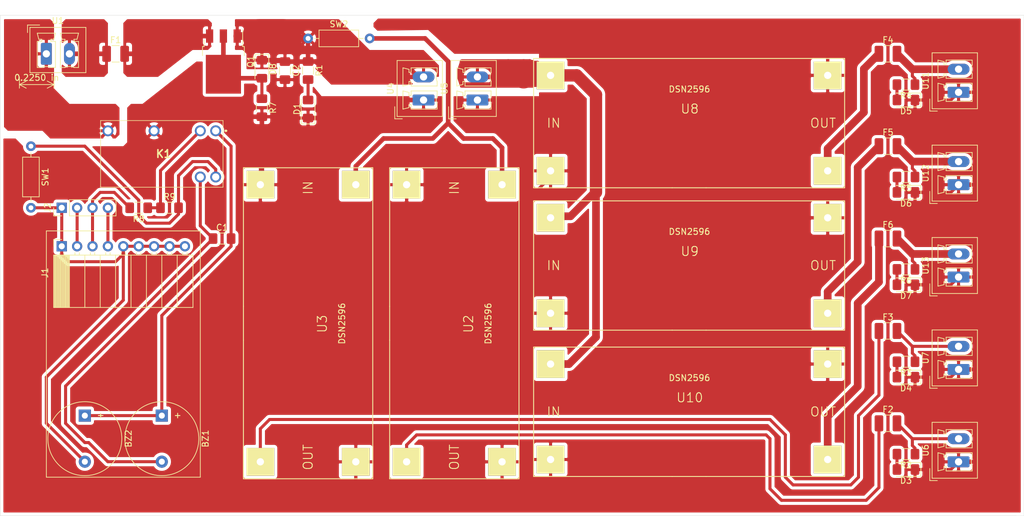
<source format=kicad_pcb>
(kicad_pcb (version 20171130) (host pcbnew "(5.1.4)-1")
  (layers (0 F.Cu signal) (31 B.Cu signal) (34 B.Paste user) (35 F.Paste user) (36 B.SilkS user) (37 F.SilkS user) (38 B.Mask user) (39 F.Mask user) (44 Edge.Cuts user))
  (net 0 "")
  (net 1 /PowerProtection/Buzzer+)
  (net 2 /PowerProtection/Buzzer-)
  (net 3 GND)
  (net 4 18V_Battery)
  (net 5 "Net-(D1-Pad2)")
  (net 6 "Net-(D3-Pad2)")
  (net 7 "Net-(D4-Pad2)")
  (net 8 "Net-(D5-Pad2)")
  (net 9 "Net-(D6-Pad2)")
  (net 10 "Net-(D7-Pad2)")
  (net 11 "Net-(D8-Pad2)")
  (net 12 "Net-(F2-Pad1)")
  (net 13 5V_Command)
  (net 14 "Net-(F3-Pad1)")
  (net 15 7V5_Command)
  (net 16 5V_Actuator)
  (net 17 "Net-(F6-Pad1)")
  (net 18 "Net-(J1-Pad2)")
  (net 19 /PowerProtection/BalanceCell2)
  (net 20 "Net-(J1-Pad4)")
  (net 21 /PowerProtection/BatteryPowerIn-)
  (net 22 /PowerProtection/BalanceGND)
  (net 23 "Net-(SW2-Pad2)")
  (net 24 /PowerProtection/BatteryPowerIn+)
  (net 25 18V)
  (net 26 "Net-(F1-Pad2)")
  (net 27 "Net-(K1-Pad2)")
  (net 28 18V_Motor1)
  (net 29 18V_Motor2)
  (net 30 "Net-(BZ2-Pad2)")
  (net 31 "Net-(F4-Pad1)")
  (net 32 "Net-(F5-Pad1)")
  (module DC_DC_LM2596_small:DC_DC_LM2596_small (layer F.Cu) (at 142.24 118.11 270)
    (fp_text reference U2 (at 0.1016 -2.3368 90) (layer F.SilkS) (effects (font (size 1.5 1.5))))
    (fp_text value DSN2596 (at 0.0508 -5.588 90) (layer F.SilkS))
    (fp_text user IN (at -22.352 0 90) (layer F.SilkS) (effects (font (size 1.5 1.5))))
    (fp_text user OUT (at 22.098 0 90) (layer F.SilkS) (effects (font (size 1.5 1.5))))
    (pad 2 thru_hole rect (at -22.86 7.874 270) (size 4.572 4.572) (drill 1.2) (layers *.Cu *.Mask F.SilkS) (net 3 GND))
    (pad 1 thru_hole rect (at -22.86 -7.874 270) (size 4.572 4.572) (drill 1.2) (layers *.Cu *.Mask F.SilkS) (net 23 "Net-(SW2-Pad2)"))
    (pad 4 thru_hole rect (at 22.86 7.874 270) (size 4.572 4.572) (drill 1.2) (layers *.Cu *.Mask F.SilkS) (net 12 "Net-(F2-Pad1)"))
    (pad 3 thru_hole rect (at 22.86 -7.874 270) (size 4.572 4.572) (drill 1.2) (layers *.Cu *.Mask F.SilkS) (net 3 GND))
  )
  (module DC_DC_LM2596_small:DC_DC_LM2596_small (layer F.Cu) (at 180.975 108.585)
    (fp_text reference U9 (at 0.1016 -2.3368) (layer F.SilkS) (effects (font (size 1.5 1.5))))
    (fp_text value DSN2596 (at 0.0508 -5.588) (layer F.SilkS))
    (fp_text user IN (at -22.352 0) (layer F.SilkS) (effects (font (size 1.5 1.5))))
    (fp_text user OUT (at 22.098 0) (layer F.SilkS) (effects (font (size 1.5 1.5))))
    (pad 2 thru_hole rect (at -22.86 7.874) (size 4.572 4.572) (drill 1.2) (layers *.Cu *.Mask F.SilkS) (net 3 GND))
    (pad 1 thru_hole rect (at -22.86 -7.874) (size 4.572 4.572) (drill 1.2) (layers *.Cu *.Mask F.SilkS) (net 25 18V))
    (pad 4 thru_hole rect (at 22.86 7.874) (size 4.572 4.572) (drill 1.2) (layers *.Cu *.Mask F.SilkS) (net 32 "Net-(F5-Pad1)"))
    (pad 3 thru_hole rect (at 22.86 -7.874) (size 4.572 4.572) (drill 1.2) (layers *.Cu *.Mask F.SilkS) (net 3 GND))
  )
  (module DC_DC_LM2596_small:DC_DC_LM2596_small (layer F.Cu) (at 180.975 85.09)
    (fp_text reference U8 (at 0.1016 -2.3368) (layer F.SilkS) (effects (font (size 1.5 1.5))))
    (fp_text value DSN2596 (at 0.0508 -5.588) (layer F.SilkS))
    (fp_text user IN (at -22.352 0) (layer F.SilkS) (effects (font (size 1.5 1.5))))
    (fp_text user OUT (at 22.098 0) (layer F.SilkS) (effects (font (size 1.5 1.5))))
    (pad 2 thru_hole rect (at -22.86 7.874) (size 4.572 4.572) (drill 1.2) (layers *.Cu *.Mask F.SilkS) (net 3 GND))
    (pad 1 thru_hole rect (at -22.86 -7.874) (size 4.572 4.572) (drill 1.2) (layers *.Cu *.Mask F.SilkS) (net 25 18V))
    (pad 4 thru_hole rect (at 22.86 7.874) (size 4.572 4.572) (drill 1.2) (layers *.Cu *.Mask F.SilkS) (net 31 "Net-(F4-Pad1)"))
    (pad 3 thru_hole rect (at 22.86 -7.874) (size 4.572 4.572) (drill 1.2) (layers *.Cu *.Mask F.SilkS) (net 3 GND))
  )
  (module Package_TO_SOT_SMD:TO-252-3_TabPin2 (layer F.Cu) (at 104.14 74.93 270)
    (fp_text reference Q1 (at 0 -4.5 90) (layer F.SilkS))
    (fp_text value IRF7606PBF_3PINS_BWOUF)
    (pad 2 smd rect (at 2.1 0 270) (size 6.4 5.8) (layers F.Cu F.Mask) (net 11 "Net-(D8-Pad2)"))
    (pad 3 smd rect (at -4.2 2.28 270) (size 2.2 1.2) (layers F.Cu F.Paste F.Mask) (net 26 "Net-(F1-Pad2)"))
    (pad 2 smd rect (at -4.2 0 270) (size 2.2 1.2) (layers F.Cu F.Paste F.Mask) (net 11 "Net-(D8-Pad2)"))
    (pad 1 smd rect (at -4.2 -2.28 270) (size 2.2 1.2) (layers F.Cu F.Paste F.Mask) (net 4 18V_Battery))
  )
  (module LIB_BE_PHELMA_CMS:R_1206_3216Metric_Pad1.42x1.75mm_HandSolder (layer F.Cu) (at 216.7493 78.74 180)
    (fp_text reference R4 (at 0 -1.82) (layer F.SilkS))
    (fp_text value R)
    (pad 2 smd roundrect (at 1.4875 0 180) (size 1.425 1.75) (layers F.Cu F.Paste F.Mask) (roundrect_rratio 0.175439) (net 8 "Net-(D5-Pad2)"))
    (pad 1 smd roundrect (at -1.4875 0 180) (size 1.425 1.75) (layers F.Cu F.Paste F.Mask) (roundrect_rratio 0.175439) (net 28 18V_Motor1))
  )
  (module DC_DC_LM2596_small:DC_DC_LM2596_small (layer F.Cu) (at 180.975 132.715)
    (fp_text reference U10 (at 0.1016 -2.3368) (layer F.SilkS) (effects (font (size 1.5 1.5))))
    (fp_text value DSN2596 (at 0.0508 -5.588) (layer F.SilkS))
    (fp_text user IN (at -22.352 0) (layer F.SilkS) (effects (font (size 1.5 1.5))))
    (fp_text user OUT (at 22.098 0) (layer F.SilkS) (effects (font (size 1.5 1.5))))
    (pad 2 thru_hole rect (at -22.86 7.874) (size 4.572 4.572) (drill 1.2) (layers *.Cu *.Mask F.SilkS) (net 3 GND))
    (pad 1 thru_hole rect (at -22.86 -7.874) (size 4.572 4.572) (drill 1.2) (layers *.Cu *.Mask F.SilkS) (net 25 18V))
    (pad 4 thru_hole rect (at 22.86 7.874) (size 4.572 4.572) (drill 1.2) (layers *.Cu *.Mask F.SilkS) (net 17 "Net-(F6-Pad1)"))
    (pad 3 thru_hole rect (at 22.86 -7.874) (size 4.572 4.572) (drill 1.2) (layers *.Cu *.Mask F.SilkS) (net 3 GND))
  )
  (module Connector_PinHeader_2.54mm:PinHeader_1x04_P2.54mm_Vertical (layer F.Cu) (at 77.47 99.06 90)
    (fp_text reference J2 (at 0 -2.33 90) (layer F.SilkS))
    (fp_text value Conn_01x04)
    (pad 4 thru_hole oval (at 0 7.62 90) (size 1.7 1.7) (drill 1) (layers *.Cu *.Mask) (net 20 "Net-(J1-Pad4)"))
    (pad 3 thru_hole oval (at 0 5.08 90) (size 1.7 1.7) (drill 1) (layers *.Cu *.Mask) (net 19 /PowerProtection/BalanceCell2))
    (pad 2 thru_hole oval (at 0 2.54 90) (size 1.7 1.7) (drill 1) (layers *.Cu *.Mask) (net 18 "Net-(J1-Pad2)"))
    (pad 1 thru_hole rect (at 0 0 90) (size 1.7 1.7) (drill 1) (layers *.Cu *.Mask) (net 30 "Net-(BZ2-Pad2)"))
  )
  (module Buzzer_Beeper:Buzzer_12x9.5RM7.6 (layer F.Cu) (at 81.28 133.35 270)
    (fp_text reference BZ2 (at 3.8 -7.2 90) (layer F.SilkS))
    (fp_text value Buzzer)
    (fp_text user + (at -0.01 -2.54 90) (layer F.SilkS))
    (pad 2 thru_hole circle (at 7.6 0 270) (size 2 2) (drill 1) (layers *.Cu *.Mask) (net 30 "Net-(BZ2-Pad2)"))
    (pad 1 thru_hole rect (at 0 0 270) (size 2 2) (drill 1) (layers *.Cu *.Mask) (net 2 /PowerProtection/Buzzer-))
  )
  (module Connector_Phoenix_MC:PhoenixContact_MCV_1,5_2-G-3.81_1x02_P3.81mm_Vertical (layer F.Cu) (at 146.05 81.28 90)
    (fp_text reference U5 (at 1.9 -5.45 90) (layer F.SilkS))
    (fp_text value B_Plug_E-Stop_out)
    (pad 2 thru_hole oval (at 3.81 0 90) (size 1.8 3.6) (drill 1.2) (layers *.Cu *.Mask) (net 25 18V))
    (pad 1 thru_hole roundrect (at 0 0 90) (size 1.8 3.6) (drill 1.2) (layers *.Cu *.Mask) (roundrect_rratio 0.138889) (net 3 GND))
  )
  (module Connector_Phoenix_MC:PhoenixContact_MCV_1,5_2-G-3.81_1x02_P3.81mm_Vertical (layer F.Cu) (at 137.16 81.28 90)
    (fp_text reference U4 (at 1.9 -5.45 90) (layer F.SilkS))
    (fp_text value B_Plug_E-Stop_In)
    (pad 2 thru_hole oval (at 3.81 0 90) (size 1.8 3.6) (drill 1.2) (layers *.Cu *.Mask) (net 4 18V_Battery))
    (pad 1 thru_hole roundrect (at 0 0 90) (size 1.8 3.6) (drill 1.2) (layers *.Cu *.Mask) (roundrect_rratio 0.138889) (net 3 GND))
  )
  (module DC_DC_LM2596_small:DC_DC_LM2596_small (layer F.Cu) (at 118.11 118.11 270)
    (fp_text reference U3 (at 0.1016 -2.3368 90) (layer F.SilkS) (effects (font (size 1.5 1.5))))
    (fp_text value DSN2596 (at 0.0508 -5.588 90) (layer F.SilkS))
    (fp_text user IN (at -22.352 0 90) (layer F.SilkS) (effects (font (size 1.5 1.5))))
    (fp_text user OUT (at 22.098 0 90) (layer F.SilkS) (effects (font (size 1.5 1.5))))
    (pad 2 thru_hole rect (at -22.86 7.874 270) (size 4.572 4.572) (drill 1.2) (layers *.Cu *.Mask F.SilkS) (net 3 GND))
    (pad 1 thru_hole rect (at -22.86 -7.874 270) (size 4.572 4.572) (drill 1.2) (layers *.Cu *.Mask F.SilkS) (net 23 "Net-(SW2-Pad2)"))
    (pad 4 thru_hole rect (at 22.86 7.874 270) (size 4.572 4.572) (drill 1.2) (layers *.Cu *.Mask F.SilkS) (net 14 "Net-(F3-Pad1)"))
    (pad 3 thru_hole rect (at 22.86 -7.874 270) (size 4.572 4.572) (drill 1.2) (layers *.Cu *.Mask F.SilkS) (net 3 GND))
  )
  (module LIB_BE_PHELMA_CMS:R_1206_3216Metric_Pad1.42x1.75mm_HandSolder (layer F.Cu) (at 95.25 99.06)
    (fp_text reference R9 (at 0 -1.82) (layer F.SilkS))
    (fp_text value R)
    (pad 2 smd roundrect (at 1.4875 0) (size 1.425 1.75) (layers F.Cu F.Paste F.Mask) (roundrect_rratio 0.175439) (net 22 /PowerProtection/BalanceGND))
    (pad 1 smd roundrect (at -1.4875 0) (size 1.425 1.75) (layers F.Cu F.Paste F.Mask) (roundrect_rratio 0.175439) (net 27 "Net-(K1-Pad2)"))
  )
  (module LIB_BE_PHELMA_CMS:R_1206_3216Metric_Pad1.42x1.75mm_HandSolder (layer F.Cu) (at 90.17 99.06 180)
    (fp_text reference R8 (at 0 -1.82) (layer F.SilkS))
    (fp_text value R)
    (pad 2 smd roundrect (at 1.4875 0 180) (size 1.425 1.75) (layers F.Cu F.Paste F.Mask) (roundrect_rratio 0.175439) (net 19 /PowerProtection/BalanceCell2))
    (pad 1 smd roundrect (at -1.4875 0 180) (size 1.425 1.75) (layers F.Cu F.Paste F.Mask) (roundrect_rratio 0.175439) (net 27 "Net-(K1-Pad2)"))
  )
  (module SamacSys_Parts:DSP1AL2DC5V (layer F.Cu) (at 102.87 86.36 180)
    (fp_text reference K1 (at 8.595 -3.81) (layer F.SilkS) (effects (font (size 1.27 1.27) (thickness 0.254))))
    (fp_text value DSP1A-L2-DC5V hide)
    (pad 16 thru_hole circle (at 0 -7.62 180) (size 1.8 1.8) (drill 1.2) (layers *.Cu *.Mask) (net 22 /PowerProtection/BalanceGND))
    (pad 15 thru_hole circle (at 2.54 -7.62 180) (size 1.8 1.8) (drill 1.2) (layers *.Cu *.Mask) (net 1 /PowerProtection/Buzzer+))
    (pad 8 thru_hole circle (at 17.78 0 180) (size 1.8 1.8) (drill 1.2) (layers *.Cu *.Mask) (net 21 /PowerProtection/BatteryPowerIn-))
    (pad 5 thru_hole circle (at 10.16 0 180) (size 1.8 1.8) (drill 1.2) (layers *.Cu *.Mask) (net 3 GND))
    (pad 2 thru_hole circle (at 2.54 0 180) (size 1.8 1.8) (drill 1.2) (layers *.Cu *.Mask) (net 27 "Net-(K1-Pad2)"))
    (pad 1 thru_hole circle (at 0 0 180) (size 1.8 1.8) (drill 1.2) (layers *.Cu *.Mask) (net 2 /PowerProtection/Buzzer-))
  )
  (module Connector_Phoenix_MC:PhoenixContact_MCV_1,5_2-G-3.81_1x02_P3.81mm_Vertical (layer F.Cu) (at 225.425 110.49 90)
    (fp_text reference U13 (at 1.9 -5.45 90) (layer F.SilkS))
    (fp_text value B_Plug_5v_Actuator)
    (pad 2 thru_hole oval (at 3.81 0 90) (size 1.8 3.6) (drill 1.2) (layers *.Cu *.Mask) (net 16 5V_Actuator))
    (pad 1 thru_hole roundrect (at 0 0 90) (size 1.8 3.6) (drill 1.2) (layers *.Cu *.Mask) (roundrect_rratio 0.138889) (net 3 GND))
  )
  (module Connector_Phoenix_MC:PhoenixContact_MCV_1,5_2-G-3.81_1x02_P3.81mm_Vertical (layer F.Cu) (at 225.425 95.25 90)
    (fp_text reference U12 (at 1.9 -5.45 90) (layer F.SilkS))
    (fp_text value B_Plug_18v_Motor2)
    (pad 2 thru_hole oval (at 3.81 0 90) (size 1.8 3.6) (drill 1.2) (layers *.Cu *.Mask) (net 29 18V_Motor2))
    (pad 1 thru_hole roundrect (at 0 0 90) (size 1.8 3.6) (drill 1.2) (layers *.Cu *.Mask) (roundrect_rratio 0.138889) (net 3 GND))
  )
  (module Connector_Phoenix_MC:PhoenixContact_MCV_1,5_2-G-3.81_1x02_P3.81mm_Vertical (layer F.Cu) (at 225.425 80.01 90)
    (fp_text reference U11 (at 1.9 -5.45 90) (layer F.SilkS))
    (fp_text value B_Plug_18v_Motor1)
    (pad 2 thru_hole oval (at 3.81 0 90) (size 1.8 3.6) (drill 1.2) (layers *.Cu *.Mask) (net 28 18V_Motor1))
    (pad 1 thru_hole roundrect (at 0 0 90) (size 1.8 3.6) (drill 1.2) (layers *.Cu *.Mask) (roundrect_rratio 0.138889) (net 3 GND))
  )
  (module Connector_Phoenix_MC:PhoenixContact_MCV_1,5_2-G-3.81_1x02_P3.81mm_Vertical (layer F.Cu) (at 225.425 125.73 90)
    (fp_text reference U7 (at 1.9 -5.45 90) (layer F.SilkS))
    (fp_text value B_Plug_7v5_Command)
    (pad 2 thru_hole oval (at 3.81 0 90) (size 1.8 3.6) (drill 1.2) (layers *.Cu *.Mask) (net 15 7V5_Command))
    (pad 1 thru_hole roundrect (at 0 0 90) (size 1.8 3.6) (drill 1.2) (layers *.Cu *.Mask) (roundrect_rratio 0.138889) (net 3 GND))
  )
  (module Connector_Phoenix_MC:PhoenixContact_MCV_1,5_2-G-3.81_1x02_P3.81mm_Vertical (layer F.Cu) (at 225.425 140.97 90)
    (fp_text reference U6 (at 1.9 -5.45 90) (layer F.SilkS))
    (fp_text value B_Plug_5V_Command)
    (pad 2 thru_hole oval (at 3.81 0 90) (size 1.8 3.6) (drill 1.2) (layers *.Cu *.Mask) (net 13 5V_Command))
    (pad 1 thru_hole roundrect (at 0 0 90) (size 1.8 3.6) (drill 1.2) (layers *.Cu *.Mask) (roundrect_rratio 0.138889) (net 3 GND))
  )
  (module Connector_Phoenix_MC:PhoenixContact_MCV_1,5_2-G-3.81_1x02_P3.81mm_Vertical (layer F.Cu) (at 74.93 73.66)
    (fp_text reference U1 (at 1.9 -5.45) (layer F.SilkS))
    (fp_text value B_Plug_Battery_In)
    (pad 2 thru_hole oval (at 3.81 0) (size 1.8 3.6) (drill 1.2) (layers *.Cu *.Mask) (net 24 /PowerProtection/BatteryPowerIn+))
    (pad 1 thru_hole roundrect (at 0 0) (size 1.8 3.6) (drill 1.2) (layers *.Cu *.Mask) (roundrect_rratio 0.138889) (net 21 /PowerProtection/BatteryPowerIn-))
  )
  (module Buzzer_Beeper:Buzzer_12x9.5RM7.6 (layer F.Cu) (at 93.98 133.35 270)
    (fp_text reference BZ1 (at 3.8 -7.2 90) (layer F.SilkS))
    (fp_text value Buzzer)
    (fp_text user + (at -0.01 -2.54 90) (layer F.SilkS))
    (pad 1 thru_hole rect (at 0 0 270) (size 2 2) (drill 1) (layers *.Cu *.Mask) (net 2 /PowerProtection/Buzzer-))
    (pad 2 thru_hole circle (at 7.6 0 270) (size 2 2) (drill 1) (layers *.Cu *.Mask) (net 1 /PowerProtection/Buzzer+))
  )
  (module LIB_BE_PHELMA_CMS:C_1206_3216Metric_Pad1.42x1.75mm_HandSolder (layer F.Cu) (at 103.9225 104.14)
    (fp_text reference C1 (at 0 -1.82) (layer F.SilkS))
    (fp_text value C)
    (pad 1 smd roundrect (at -1.4875 0) (size 1.425 1.75) (layers F.Cu F.Paste F.Mask) (roundrect_rratio 0.175439) (net 1 /PowerProtection/Buzzer+))
    (pad 2 smd roundrect (at 1.4875 0) (size 1.425 1.75) (layers F.Cu F.Paste F.Mask) (roundrect_rratio 0.175439) (net 2 /PowerProtection/Buzzer-))
  )
  (module LIB_BE_PHELMA_CMS:C_1206_3216Metric_Pad1.42x1.75mm_HandSolder (layer F.Cu) (at 114.3 76.4286 270)
    (fp_text reference C2 (at 0 -1.82 90) (layer F.SilkS))
    (fp_text value CP)
    (pad 1 smd roundrect (at -1.4875 0 270) (size 1.425 1.75) (layers F.Cu F.Paste F.Mask) (roundrect_rratio 0.175439) (net 4 18V_Battery))
    (pad 2 smd roundrect (at 1.4875 0 270) (size 1.425 1.75) (layers F.Cu F.Paste F.Mask) (roundrect_rratio 0.175439) (net 3 GND))
  )
  (module LIB_BE_PHELMA_CMS:LED_1206_3216Metric_Pad1.42x1.75mm_HandSolder (layer F.Cu) (at 118.11 82.7675 90)
    (fp_text reference D1 (at 0 -1.82 90) (layer F.SilkS))
    (fp_text value LED)
    (pad 1 smd roundrect (at -1.4875 0 90) (size 1.425 1.75) (layers F.Cu F.Paste F.Mask) (roundrect_rratio 0.175439) (net 3 GND))
    (pad 2 smd roundrect (at 1.4875 0 90) (size 1.425 1.75) (layers F.Cu F.Paste F.Mask) (roundrect_rratio 0.175439) (net 5 "Net-(D1-Pad2)"))
  )
  (module LIB_BE_PHELMA_CMS:LED_1206_3216Metric_Pad1.42x1.75mm_HandSolder (layer F.Cu) (at 216.7525 142.24 180)
    (fp_text reference D3 (at 0 -1.82) (layer F.SilkS))
    (fp_text value LED)
    (pad 2 smd roundrect (at 1.4875 0 180) (size 1.425 1.75) (layers F.Cu F.Paste F.Mask) (roundrect_rratio 0.175439) (net 6 "Net-(D3-Pad2)"))
    (pad 1 smd roundrect (at -1.4875 0 180) (size 1.425 1.75) (layers F.Cu F.Paste F.Mask) (roundrect_rratio 0.175439) (net 3 GND))
  )
  (module LIB_BE_PHELMA_CMS:LED_1206_3216Metric_Pad1.42x1.75mm_HandSolder (layer F.Cu) (at 216.7525 127 180)
    (fp_text reference D4 (at 0 -1.82) (layer F.SilkS))
    (fp_text value LED)
    (pad 1 smd roundrect (at -1.4875 0 180) (size 1.425 1.75) (layers F.Cu F.Paste F.Mask) (roundrect_rratio 0.175439) (net 3 GND))
    (pad 2 smd roundrect (at 1.4875 0 180) (size 1.425 1.75) (layers F.Cu F.Paste F.Mask) (roundrect_rratio 0.175439) (net 7 "Net-(D4-Pad2)"))
  )
  (module LIB_BE_PHELMA_CMS:LED_1206_3216Metric_Pad1.42x1.75mm_HandSolder (layer F.Cu) (at 216.7525 81.28 180)
    (fp_text reference D5 (at 0 -1.82) (layer F.SilkS))
    (fp_text value LED)
    (pad 1 smd roundrect (at -1.4875 0 180) (size 1.425 1.75) (layers F.Cu F.Paste F.Mask) (roundrect_rratio 0.175439) (net 3 GND))
    (pad 2 smd roundrect (at 1.4875 0 180) (size 1.425 1.75) (layers F.Cu F.Paste F.Mask) (roundrect_rratio 0.175439) (net 8 "Net-(D5-Pad2)"))
  )
  (module LIB_BE_PHELMA_CMS:LED_1206_3216Metric_Pad1.42x1.75mm_HandSolder (layer F.Cu) (at 216.7525 96.52 180)
    (fp_text reference D6 (at 0 -1.82) (layer F.SilkS))
    (fp_text value LED)
    (pad 1 smd roundrect (at -1.4875 0 180) (size 1.425 1.75) (layers F.Cu F.Paste F.Mask) (roundrect_rratio 0.175439) (net 3 GND))
    (pad 2 smd roundrect (at 1.4875 0 180) (size 1.425 1.75) (layers F.Cu F.Paste F.Mask) (roundrect_rratio 0.175439) (net 9 "Net-(D6-Pad2)"))
  )
  (module LIB_BE_PHELMA_CMS:LED_1206_3216Metric_Pad1.42x1.75mm_HandSolder (layer F.Cu) (at 216.7525 111.76 180)
    (fp_text reference D7 (at 0 -1.82) (layer F.SilkS))
    (fp_text value LED)
    (pad 2 smd roundrect (at 1.4875 0 180) (size 1.425 1.75) (layers F.Cu F.Paste F.Mask) (roundrect_rratio 0.175439) (net 10 "Net-(D7-Pad2)"))
    (pad 1 smd roundrect (at -1.4875 0 180) (size 1.425 1.75) (layers F.Cu F.Paste F.Mask) (roundrect_rratio 0.175439) (net 3 GND))
  )
  (module LIB_BE_PHELMA_CMS:LED_1206_3216Metric_Pad1.42x1.75mm_HandSolder (layer F.Cu) (at 110.49 76.2 270)
    (fp_text reference D8 (at 0 -1.82 90) (layer F.SilkS))
    (fp_text value 10V)
    (pad 2 smd roundrect (at 1.4875 0 270) (size 1.425 1.75) (layers F.Cu F.Paste F.Mask) (roundrect_rratio 0.175439) (net 11 "Net-(D8-Pad2)"))
    (pad 1 smd roundrect (at -1.4875 0 270) (size 1.425 1.75) (layers F.Cu F.Paste F.Mask) (roundrect_rratio 0.175439) (net 4 18V_Battery))
  )
  (module Fuse:Fuse_1210_3225Metric_Pad1.42x2.65mm_HandSolder (layer F.Cu) (at 86.36 73.66)
    (fp_text reference F1 (at 0 -2.28) (layer F.SilkS))
    (fp_text value Fuse)
    (pad 2 smd roundrect (at 1.4875 0) (size 1.425 2.65) (layers F.Cu F.Paste F.Mask) (roundrect_rratio 0.175439) (net 26 "Net-(F1-Pad2)"))
    (pad 1 smd roundrect (at -1.4875 0) (size 1.425 2.65) (layers F.Cu F.Paste F.Mask) (roundrect_rratio 0.175439) (net 24 /PowerProtection/BatteryPowerIn+))
  )
  (module Fuse:Fuse_1210_3225Metric_Pad1.42x2.65mm_HandSolder (layer F.Cu) (at 213.7775 134.62)
    (fp_text reference F2 (at 0 -2.28) (layer F.SilkS))
    (fp_text value Fuse)
    (pad 1 smd roundrect (at -1.4875 0) (size 1.425 2.65) (layers F.Cu F.Paste F.Mask) (roundrect_rratio 0.175439) (net 12 "Net-(F2-Pad1)"))
    (pad 2 smd roundrect (at 1.4875 0) (size 1.425 2.65) (layers F.Cu F.Paste F.Mask) (roundrect_rratio 0.175439) (net 13 5V_Command))
  )
  (module Fuse:Fuse_1210_3225Metric_Pad1.42x2.65mm_HandSolder (layer F.Cu) (at 213.7775 119.38)
    (fp_text reference F3 (at 0 -2.28) (layer F.SilkS))
    (fp_text value Fuse)
    (pad 1 smd roundrect (at -1.4875 0) (size 1.425 2.65) (layers F.Cu F.Paste F.Mask) (roundrect_rratio 0.175439) (net 14 "Net-(F3-Pad1)"))
    (pad 2 smd roundrect (at 1.4875 0) (size 1.425 2.65) (layers F.Cu F.Paste F.Mask) (roundrect_rratio 0.175439) (net 15 7V5_Command))
  )
  (module Fuse:Fuse_1210_3225Metric_Pad1.42x2.65mm_HandSolder (layer F.Cu) (at 213.7775 73.66)
    (fp_text reference F4 (at 0 -2.28) (layer F.SilkS))
    (fp_text value Fuse)
    (pad 1 smd roundrect (at -1.4875 0) (size 1.425 2.65) (layers F.Cu F.Paste F.Mask) (roundrect_rratio 0.175439) (net 31 "Net-(F4-Pad1)"))
    (pad 2 smd roundrect (at 1.4875 0) (size 1.425 2.65) (layers F.Cu F.Paste F.Mask) (roundrect_rratio 0.175439) (net 28 18V_Motor1))
  )
  (module Fuse:Fuse_1210_3225Metric_Pad1.42x2.65mm_HandSolder (layer F.Cu) (at 213.7775 88.9)
    (fp_text reference F5 (at 0 -2.28) (layer F.SilkS))
    (fp_text value Fuse)
    (pad 2 smd roundrect (at 1.4875 0) (size 1.425 2.65) (layers F.Cu F.Paste F.Mask) (roundrect_rratio 0.175439) (net 29 18V_Motor2))
    (pad 1 smd roundrect (at -1.4875 0) (size 1.425 2.65) (layers F.Cu F.Paste F.Mask) (roundrect_rratio 0.175439) (net 32 "Net-(F5-Pad1)"))
  )
  (module Fuse:Fuse_1210_3225Metric_Pad1.42x2.65mm_HandSolder (layer F.Cu) (at 213.7775 104.14)
    (fp_text reference F6 (at 0 -2.28) (layer F.SilkS))
    (fp_text value Fuse)
    (pad 2 smd roundrect (at 1.4875 0) (size 1.425 2.65) (layers F.Cu F.Paste F.Mask) (roundrect_rratio 0.175439) (net 16 5V_Actuator))
    (pad 1 smd roundrect (at -1.4875 0) (size 1.425 2.65) (layers F.Cu F.Paste F.Mask) (roundrect_rratio 0.175439) (net 17 "Net-(F6-Pad1)"))
  )
  (module Connector_PinSocket_2.54mm:PinSocket_1x09_P2.54mm_Horizontal (layer F.Cu) (at 77.47 105.41 90)
    (fp_text reference J1 (at -4.38 -2.77 90) (layer F.SilkS))
    (fp_text value Conn_01x09)
    (pad 1 thru_hole rect (at 0 0 90) (size 1.7 1.7) (drill 1) (layers *.Cu *.Mask) (net 30 "Net-(BZ2-Pad2)"))
    (pad 2 thru_hole oval (at 0 2.54 90) (size 1.7 1.7) (drill 1) (layers *.Cu *.Mask) (net 18 "Net-(J1-Pad2)"))
    (pad 3 thru_hole oval (at 0 5.08 90) (size 1.7 1.7) (drill 1) (layers *.Cu *.Mask) (net 19 /PowerProtection/BalanceCell2))
    (pad 4 thru_hole oval (at 0 7.62 90) (size 1.7 1.7) (drill 1) (layers *.Cu *.Mask) (net 20 "Net-(J1-Pad4)"))
    (pad 5 thru_hole oval (at 0 10.16 90) (size 1.7 1.7) (drill 1) (layers *.Cu *.Mask) (net 30 "Net-(BZ2-Pad2)"))
    (pad 6 thru_hole oval (at 0 12.7 90) (size 1.7 1.7) (drill 1) (layers *.Cu *.Mask) (net 30 "Net-(BZ2-Pad2)"))
    (pad 7 thru_hole oval (at 0 15.24 90) (size 1.7 1.7) (drill 1) (layers *.Cu *.Mask) (net 30 "Net-(BZ2-Pad2)"))
    (pad 8 thru_hole oval (at 0 17.78 90) (size 1.7 1.7) (drill 1) (layers *.Cu *.Mask) (net 30 "Net-(BZ2-Pad2)"))
    (pad 9 thru_hole oval (at 0 20.32 90) (size 1.7 1.7) (drill 1) (layers *.Cu *.Mask) (net 30 "Net-(BZ2-Pad2)"))
  )
  (module LIB_BE_PHELMA_CMS:R_1206_3216Metric_Pad1.42x1.75mm_HandSolder (layer F.Cu) (at 118.11 76.4175 270)
    (fp_text reference R1 (at 0 -1.82 90) (layer F.SilkS))
    (fp_text value R)
    (pad 1 smd roundrect (at -1.4875 0 270) (size 1.425 1.75) (layers F.Cu F.Paste F.Mask) (roundrect_rratio 0.175439) (net 4 18V_Battery))
    (pad 2 smd roundrect (at 1.4875 0 270) (size 1.425 1.75) (layers F.Cu F.Paste F.Mask) (roundrect_rratio 0.175439) (net 5 "Net-(D1-Pad2)"))
  )
  (module LIB_BE_PHELMA_CMS:R_1206_3216Metric_Pad1.42x1.75mm_HandSolder (layer F.Cu) (at 216.7525 139.7 180)
    (fp_text reference R2 (at 0 -1.82) (layer F.SilkS))
    (fp_text value R)
    (pad 1 smd roundrect (at -1.4875 0 180) (size 1.425 1.75) (layers F.Cu F.Paste F.Mask) (roundrect_rratio 0.175439) (net 13 5V_Command))
    (pad 2 smd roundrect (at 1.4875 0 180) (size 1.425 1.75) (layers F.Cu F.Paste F.Mask) (roundrect_rratio 0.175439) (net 6 "Net-(D3-Pad2)"))
  )
  (module LIB_BE_PHELMA_CMS:R_1206_3216Metric_Pad1.42x1.75mm_HandSolder (layer F.Cu) (at 216.7525 124.46 180)
    (fp_text reference R3 (at 0 -1.82) (layer F.SilkS))
    (fp_text value R)
    (pad 2 smd roundrect (at 1.4875 0 180) (size 1.425 1.75) (layers F.Cu F.Paste F.Mask) (roundrect_rratio 0.175439) (net 7 "Net-(D4-Pad2)"))
    (pad 1 smd roundrect (at -1.4875 0 180) (size 1.425 1.75) (layers F.Cu F.Paste F.Mask) (roundrect_rratio 0.175439) (net 15 7V5_Command))
  )
  (module LIB_BE_PHELMA_CMS:R_1206_3216Metric_Pad1.42x1.75mm_HandSolder (layer F.Cu) (at 216.7525 93.98 180)
    (fp_text reference R5 (at 0 -1.82) (layer F.SilkS))
    (fp_text value R)
    (pad 1 smd roundrect (at -1.4875 0 180) (size 1.425 1.75) (layers F.Cu F.Paste F.Mask) (roundrect_rratio 0.175439) (net 29 18V_Motor2))
    (pad 2 smd roundrect (at 1.4875 0 180) (size 1.425 1.75) (layers F.Cu F.Paste F.Mask) (roundrect_rratio 0.175439) (net 9 "Net-(D6-Pad2)"))
  )
  (module LIB_BE_PHELMA_CMS:R_1206_3216Metric_Pad1.42x1.75mm_HandSolder (layer F.Cu) (at 216.7525 109.22 180)
    (fp_text reference R6 (at 0 -1.82) (layer F.SilkS))
    (fp_text value R)
    (pad 2 smd roundrect (at 1.4875 0 180) (size 1.425 1.75) (layers F.Cu F.Paste F.Mask) (roundrect_rratio 0.175439) (net 10 "Net-(D7-Pad2)"))
    (pad 1 smd roundrect (at -1.4875 0 180) (size 1.425 1.75) (layers F.Cu F.Paste F.Mask) (roundrect_rratio 0.175439) (net 16 5V_Actuator))
  )
  (module LIB_BE_PHELMA_CMS:R_1206_3216Metric_Pad1.42x1.75mm_HandSolder (layer F.Cu) (at 110.49 82.55 270)
    (fp_text reference R7 (at 0 -1.82 90) (layer F.SilkS))
    (fp_text value 10k)
    (pad 2 smd roundrect (at 1.4875 0 270) (size 1.425 1.75) (layers F.Cu F.Paste F.Mask) (roundrect_rratio 0.175439) (net 3 GND))
    (pad 1 smd roundrect (at -1.4875 0 270) (size 1.425 1.75) (layers F.Cu F.Paste F.Mask) (roundrect_rratio 0.175439) (net 11 "Net-(D8-Pad2)"))
  )
  (module LIB_BE_PHELMA:R_Axial_DIN0207_L6.3mm_D2.5mm_P10.16mm_Horizontal (layer F.Cu) (at 72.39 88.9 270)
    (fp_text reference SW1 (at 5.08 -2.37 90) (layer F.SilkS))
    (fp_text value SW_Push)
    (pad 2 thru_hole oval (at 10.16 0 270) (size 1.6 1.6) (drill 0.8) (layers *.Cu *.Mask) (net 30 "Net-(BZ2-Pad2)"))
    (pad 1 thru_hole circle (at 0 0 270) (size 1.6 1.6) (drill 0.8) (layers *.Cu *.Mask) (net 22 /PowerProtection/BalanceGND))
  )
  (module LIB_BE_PHELMA:R_Axial_DIN0207_L6.3mm_D2.5mm_P10.16mm_Horizontal (layer F.Cu) (at 118.11 71.12)
    (fp_text reference SW2 (at 5.08 -2.37) (layer F.SilkS))
    (fp_text value SW_STARTER)
    (pad 1 thru_hole circle (at 0 0) (size 1.6 1.6) (drill 0.8) (layers *.Cu *.Mask) (net 4 18V_Battery))
    (pad 2 thru_hole oval (at 10.16 0) (size 1.6 1.6) (drill 0.8) (layers *.Cu *.Mask) (net 23 "Net-(SW2-Pad2)"))
  )
  (dimension 5.715 (width 0.12) (layer F.SilkS) (gr_text "5,715 mm" (at 73.3425 80.01) (layer F.SilkS) (effects (font (size 1 1) (thickness 0.15)))) (feature1 (pts (xy 70.485 77.47) (xy 70.485 79.326421))) (feature2 (pts (xy 76.2 77.47) (xy 76.2 79.326421))) (crossbar (pts (xy 76.2 78.74) (xy 70.485 78.74))) (arrow1a (pts (xy 70.485 78.74) (xy 71.611504 78.153579))) (arrow1b (pts (xy 70.485 78.74) (xy 71.611504 79.326421))) (arrow2a (pts (xy 76.2 78.74) (xy 75.073496 78.153579))) (arrow2b (pts (xy 76.2 78.74) (xy 75.073496 79.326421))))
  (gr_line (start 236.22 144.78) (end 236.22 149.86) (layer Edge.Cuts) (width 0.05))
  (gr_line (start 67.31 143.51) (end 67.31 148.59) (layer Edge.Cuts) (width 0.05))
  (gr_line (start 74.93 143.51) (end 74.93 102.87) (layer F.SilkS) (width 0.12))
  (gr_line (start 67.31 149.86) (end 234.95 149.86) (layer Edge.Cuts) (width 0.05))
  (gr_line (start 100.33 102.87) (end 100.33 143.51) (layer F.SilkS) (width 0.12))
  (gr_line (start 100.33 143.51) (end 74.93 143.51) (layer F.SilkS) (width 0.12))
  (gr_line (start 236.22 67.31) (end 181.61 67.31) (layer Edge.Cuts) (width 0.05))
  (gr_line (start 236.22 144.78) (end 236.22 67.31) (layer Edge.Cuts) (width 0.05))
  (gr_line (start 234.95 149.86) (end 236.22 149.86) (layer Edge.Cuts) (width 0.05))
  (gr_line (start 67.31 148.59) (end 67.31 149.86) (layer Edge.Cuts) (width 0.05))
  (gr_line (start 67.31 67.31) (end 67.31 143.51) (layer Edge.Cuts) (width 0.05))
  (gr_line (start 181.61 67.31) (end 67.31 67.31) (layer Edge.Cuts) (width 0.05))
  (gr_line (start 74.93 102.87) (end 100.33 102.87) (layer F.SilkS) (width 0.12))
  (segment (start 100.33 102.035) (end 102.435 104.14) (width 0.5) (layer F.Cu) (net 1))
  (segment (start 100.33 93.98) (end 100.33 102.035) (width 0.5) (layer F.Cu) (net 1))
  (segment (start 78.74 127.835) (end 102.435 104.14) (width 0.5) (layer F.Cu) (net 1))
  (segment (start 85.07 140.95) (end 81.915 137.795) (width 0.5) (layer F.Cu) (net 1))
  (segment (start 93.98 140.95) (end 85.07 140.95) (width 0.5) (layer F.Cu) (net 1))
  (segment (start 81.915 137.795) (end 81.28 137.795) (width 0.5) (layer F.Cu) (net 1))
  (segment (start 81.28 137.795) (end 78.105 134.62) (width 0.5) (layer F.Cu) (net 1))
  (segment (start 78.105 134.62) (end 78.105 128.47) (width 0.5) (layer F.Cu) (net 1))
  (segment (start 78.105 128.47) (end 78.74 127.835) (width 0.5) (layer F.Cu) (net 1))
  (segment (start 105.41 104.14) (end 105.41 105.41) (width 0.5) (layer F.Cu) (net 2))
  (segment (start 105.41 105.41) (end 93.98 116.84) (width 0.5) (layer F.Cu) (net 2))
  (segment (start 93.98 116.84) (end 93.98 133.35) (width 0.5) (layer F.Cu) (net 2))
  (segment (start 93.98 133.35) (end 81.28 133.35) (width 0.5) (layer F.Cu) (net 2))
  (segment (start 105.41 88.9) (end 105.41 104.14) (width 0.5) (layer F.Cu) (net 2))
  (segment (start 102.87 86.36) (end 105.41 88.9) (width 0.5) (layer F.Cu) (net 2))
  (segment (start 224.155 111.76) (end 225.425 110.49) (width 0.5) (layer F.Cu) (net 3))
  (segment (start 218.24 111.76) (end 224.155 111.76) (width 0.5) (layer F.Cu) (net 3))
  (segment (start 224.155 96.52) (end 225.425 95.25) (width 0.5) (layer F.Cu) (net 3))
  (segment (start 218.24 96.52) (end 224.155 96.52) (width 0.5) (layer F.Cu) (net 3))
  (segment (start 224.155 142.24) (end 225.425 140.97) (width 0.5) (layer F.Cu) (net 3))
  (segment (start 218.24 142.24) (end 224.155 142.24) (width 0.5) (layer F.Cu) (net 3))
  (segment (start 224.155 127) (end 225.425 125.73) (width 0.5) (layer F.Cu) (net 3))
  (segment (start 218.24 127) (end 224.155 127) (width 0.5) (layer F.Cu) (net 3))
  (segment (start 224.155 81.28) (end 225.425 80.01) (width 0.5) (layer F.Cu) (net 3))
  (segment (start 218.24 81.28) (end 224.155 81.28) (width 0.5) (layer F.Cu) (net 3))
  (segment (start 227.402122 140.97) (end 225.425 140.97) (width 0.76) (layer F.Cu) (net 3))
  (segment (start 225.425 125.73) (end 227.402122 125.73) (width 0.76) (layer F.Cu) (net 3))
  (segment (start 225.425 95.25) (end 227.402122 95.25) (width 0.76) (layer F.Cu) (net 3))
  (segment (start 112.8125 84.0375) (end 110.49 84.0375) (width 0.5) (layer F.Cu) (net 3))
  (segment (start 114.3 77.9161) (end 114.3 82.55) (width 0.5) (layer F.Cu) (net 3))
  (segment (start 114.3 82.55) (end 112.8125 84.0375) (width 0.5) (layer F.Cu) (net 3))
  (segment (start 116.005 84.255) (end 118.11 84.255) (width 0.5) (layer F.Cu) (net 3))
  (segment (start 114.3 82.55) (end 116.005 84.255) (width 0.5) (layer F.Cu) (net 3))
  (segment (start 125.295 84.255) (end 118.11 84.255) (width 0.76) (layer F.Cu) (net 3))
  (segment (start 137.16 81.28) (end 128.27 81.28) (width 0.76) (layer F.Cu) (net 3))
  (segment (start 128.27 81.28) (end 125.295 84.255) (width 0.76) (layer F.Cu) (net 3))
  (segment (start 110.49 94.996) (end 110.236 95.25) (width 0.76) (layer F.Cu) (net 3))
  (segment (start 110.49 84.0375) (end 110.49 94.996) (width 0.76) (layer F.Cu) (net 3))
  (segment (start 95.0325 84.0375) (end 92.71 86.36) (width 0.76) (layer F.Cu) (net 3))
  (segment (start 110.49 84.0375) (end 95.0325 84.0375) (width 0.76) (layer F.Cu) (net 3))
  (segment (start 110.236 98.036) (end 112.53 100.33) (width 0.5) (layer F.Cu) (net 3))
  (segment (start 110.236 95.25) (end 110.236 98.036) (width 0.5) (layer F.Cu) (net 3))
  (segment (start 112.53 100.33) (end 132.08 100.33) (width 0.5) (layer F.Cu) (net 3))
  (segment (start 134.366 98.044) (end 134.366 95.25) (width 0.5) (layer F.Cu) (net 3))
  (segment (start 132.08 100.33) (end 134.366 98.044) (width 0.5) (layer F.Cu) (net 3))
  (segment (start 134.366 98.036) (end 136.66 100.33) (width 0.5) (layer F.Cu) (net 3))
  (segment (start 134.366 95.25) (end 134.366 98.036) (width 0.5) (layer F.Cu) (net 3))
  (segment (start 227.965 110.49) (end 225.425 110.49) (width 0.5) (layer F.Cu) (net 3))
  (segment (start 229.235 109.22) (end 227.965 110.49) (width 0.5) (layer F.Cu) (net 3))
  (segment (start 225.425 80.01) (end 227.965 80.01) (width 0.5) (layer F.Cu) (net 3))
  (segment (start 227.965 80.01) (end 229.235 81.28) (width 0.5) (layer F.Cu) (net 3))
  (segment (start 227.965 140.97) (end 229.235 142.24) (width 0.5) (layer F.Cu) (net 3))
  (segment (start 225.425 140.97) (end 227.965 140.97) (width 0.5) (layer F.Cu) (net 3))
  (segment (start 227.965 140.97) (end 229.235 139.7) (width 0.5) (layer F.Cu) (net 3))
  (segment (start 229.235 139.7) (end 229.235 142.24) (width 0.5) (layer F.Cu) (net 3))
  (segment (start 227.965 125.73) (end 229.235 124.46) (width 0.5) (layer F.Cu) (net 3))
  (segment (start 227.965 125.73) (end 229.235 127) (width 0.5) (layer F.Cu) (net 3))
  (segment (start 225.425 125.73) (end 227.965 125.73) (width 0.5) (layer F.Cu) (net 3))
  (segment (start 229.235 124.46) (end 229.235 127) (width 0.5) (layer F.Cu) (net 3))
  (segment (start 229.235 127) (end 229.235 139.7) (width 0.5) (layer F.Cu) (net 3))
  (segment (start 227.965 95.25) (end 229.235 93.98) (width 0.5) (layer F.Cu) (net 3))
  (segment (start 225.425 95.25) (end 227.965 95.25) (width 0.5) (layer F.Cu) (net 3))
  (segment (start 229.235 81.28) (end 229.235 93.98) (width 0.5) (layer F.Cu) (net 3))
  (segment (start 229.235 93.98) (end 229.235 109.22) (width 0.5) (layer F.Cu) (net 3))
  (segment (start 150.114 143.756) (end 150.114 140.97) (width 0.5) (layer F.Cu) (net 3))
  (segment (start 125.984 143.756) (end 125.984 140.97) (width 0.5) (layer F.Cu) (net 3))
  (segment (start 127.008 144.78) (end 125.984 143.756) (width 0.5) (layer F.Cu) (net 3))
  (segment (start 149.09 144.78) (end 127.008 144.78) (width 0.5) (layer F.Cu) (net 3))
  (segment (start 150.114 143.756) (end 149.09 144.78) (width 0.5) (layer F.Cu) (net 3))
  (segment (start 105.41 107.45) (end 112.53 100.33) (width 0.5) (layer F.Cu) (net 3))
  (segment (start 105.41 143.51) (end 105.41 107.45) (width 0.5) (layer F.Cu) (net 3))
  (segment (start 106.68 144.78) (end 105.41 143.51) (width 0.5) (layer F.Cu) (net 3))
  (segment (start 125.984 143.756) (end 124.96 144.78) (width 0.5) (layer F.Cu) (net 3))
  (segment (start 124.96 144.78) (end 106.68 144.78) (width 0.5) (layer F.Cu) (net 3))
  (segment (start 136.66 100.33) (end 151.765 100.33) (width 0.5) (layer F.Cu) (net 3))
  (segment (start 158.115 93.98) (end 158.115 92.964) (width 0.5) (layer F.Cu) (net 3))
  (segment (start 151.765 100.33) (end 158.115 93.98) (width 0.5) (layer F.Cu) (net 3))
  (segment (start 155.329 116.459) (end 158.115 116.459) (width 0.5) (layer F.Cu) (net 3))
  (segment (start 151.765 112.895) (end 155.329 116.459) (width 0.5) (layer F.Cu) (net 3))
  (segment (start 151.765 100.33) (end 151.765 112.895) (width 0.5) (layer F.Cu) (net 3))
  (segment (start 158.115 143.375) (end 158.115 140.589) (width 0.5) (layer F.Cu) (net 3))
  (segment (start 156.71 144.78) (end 158.115 143.375) (width 0.5) (layer F.Cu) (net 3))
  (segment (start 151.138 144.78) (end 156.71 144.78) (width 0.5) (layer F.Cu) (net 3))
  (segment (start 150.114 143.756) (end 151.138 144.78) (width 0.5) (layer F.Cu) (net 3))
  (segment (start 158.115 143.375) (end 158.115 143.51) (width 0.5) (layer F.Cu) (net 3))
  (segment (start 203.835 127.635) (end 203.835 124.841) (width 0.5) (layer F.Cu) (net 3))
  (segment (start 200.66 130.81) (end 203.835 127.635) (width 0.5) (layer F.Cu) (net 3))
  (segment (start 154.305 130.81) (end 200.66 130.81) (width 0.5) (layer F.Cu) (net 3))
  (segment (start 151.765 128.27) (end 154.305 130.81) (width 0.5) (layer F.Cu) (net 3))
  (segment (start 155.329 116.459) (end 151.765 120.023) (width 0.5) (layer F.Cu) (net 3))
  (segment (start 151.765 120.023) (end 151.765 128.27) (width 0.5) (layer F.Cu) (net 3))
  (segment (start 201.049 124.841) (end 203.835 124.841) (width 0.5) (layer F.Cu) (net 3))
  (segment (start 198.755 122.547) (end 201.049 124.841) (width 0.5) (layer F.Cu) (net 3))
  (segment (start 198.755 103.005) (end 198.755 122.547) (width 0.5) (layer F.Cu) (net 3))
  (segment (start 201.049 100.711) (end 198.755 103.005) (width 0.5) (layer F.Cu) (net 3))
  (segment (start 203.835 100.711) (end 201.049 100.711) (width 0.5) (layer F.Cu) (net 3))
  (segment (start 198.755 79.51) (end 198.755 103.005) (width 0.5) (layer F.Cu) (net 3))
  (segment (start 201.049 77.216) (end 198.755 79.51) (width 0.5) (layer F.Cu) (net 3))
  (segment (start 203.835 77.216) (end 201.049 77.216) (width 0.5) (layer F.Cu) (net 3))
  (segment (start 229.235 111.76) (end 227.965 110.49) (width 0.5) (layer F.Cu) (net 3))
  (segment (start 229.235 124.46) (end 229.235 111.76) (width 0.5) (layer F.Cu) (net 3))
  (segment (start 229.235 109.22) (end 229.235 111.76) (width 0.5) (layer F.Cu) (net 3))
  (segment (start 203.835 74.43) (end 209.177 69.088) (width 0.5) (layer F.Cu) (net 3))
  (segment (start 203.835 77.216) (end 203.835 74.43) (width 0.5) (layer F.Cu) (net 3))
  (segment (start 209.177 69.088) (end 226.06 69.088) (width 0.5) (layer F.Cu) (net 3))
  (segment (start 229.235 72.263) (end 229.235 81.28) (width 0.5) (layer F.Cu) (net 3))
  (segment (start 226.06 69.088) (end 229.235 72.263) (width 0.5) (layer F.Cu) (net 3))
  (segment (start 114.0714 74.7125) (end 114.3 74.9411) (width 0.76) (layer F.Cu) (net 4))
  (segment (start 110.49 74.7125) (end 114.0714 74.7125) (width 0.76) (layer F.Cu) (net 4))
  (segment (start 118.0989 74.9411) (end 118.11 74.93) (width 0.76) (layer F.Cu) (net 4))
  (segment (start 114.3 74.9411) (end 118.0989 74.9411) (width 0.76) (layer F.Cu) (net 4))
  (segment (start 118.11 71.12) (end 118.11 74.93) (width 0.76) (layer F.Cu) (net 4))
  (segment (start 129.54 76.2) (end 129.050598 76.2) (width 3.81) (layer F.Cu) (net 4))
  (segment (start 106.42 70.73) (end 108.83 70.73) (width 1.27) (layer F.Cu) (net 4))
  (segment (start 108.83 70.73) (end 110.1 70.73) (width 1.27) (layer F.Cu) (net 4))
  (segment (start 110.1 70.73) (end 113.91 70.73) (width 5.59) (layer F.Cu) (net 4))
  (segment (start 114.3 71.12) (end 113.91 70.73) (width 1.27) (layer F.Cu) (net 4))
  (segment (start 118.11 71.12) (end 114.3 71.12) (width 1.27) (layer F.Cu) (net 4))
  (segment (start 118.11 74.93) (end 119.38 74.93) (width 0.76) (layer F.Cu) (net 4))
  (segment (start 119.38 74.93) (end 121.92 77.47) (width 0.76) (layer F.Cu) (net 4))
  (segment (start 128.27 77.47) (end 129.54 76.2) (width 0.76) (layer F.Cu) (net 4))
  (segment (start 121.92 77.47) (end 128.27 77.47) (width 0.76) (layer F.Cu) (net 4))
  (segment (start 129.54 74.93) (end 129.54 76.2) (width 0.76) (layer F.Cu) (net 4))
  (segment (start 123.19 68.58) (end 129.54 74.93) (width 0.76) (layer F.Cu) (net 4))
  (segment (start 114.3 71.12) (end 116.84 68.58) (width 0.76) (layer F.Cu) (net 4))
  (segment (start 116.84 68.58) (end 123.19 68.58) (width 0.76) (layer F.Cu) (net 4))
  (segment (start 130.81 77.47) (end 129.54 76.2) (width 0.76) (layer F.Cu) (net 4))
  (segment (start 137.16 77.47) (end 130.81 77.47) (width 0.76) (layer F.Cu) (net 4))
  (segment (start 136.26 77.47) (end 133.72 74.93) (width 0.76) (layer F.Cu) (net 4))
  (segment (start 137.16 77.47) (end 136.26 77.47) (width 0.76) (layer F.Cu) (net 4))
  (segment (start 133.72 74.93) (end 129.54 74.93) (width 0.76) (layer F.Cu) (net 4))
  (segment (start 118.11 81.28) (end 118.11 77.905) (width 0.5) (layer F.Cu) (net 5))
  (segment (start 215.265 139.7) (end 215.265 142.24) (width 0.5) (layer F.Cu) (net 6))
  (segment (start 215.265 127) (end 215.265 124.46) (width 0.5) (layer F.Cu) (net 7))
  (segment (start 215.2618 81.2768) (end 215.265 81.28) (width 0.5) (layer F.Cu) (net 8))
  (segment (start 215.2618 78.74) (end 215.2618 81.2768) (width 0.5) (layer F.Cu) (net 8))
  (segment (start 215.265 93.98) (end 215.265 96.52) (width 0.5) (layer F.Cu) (net 9))
  (segment (start 215.265 109.22) (end 215.265 111.76) (width 0.5) (layer F.Cu) (net 10))
  (segment (start 104.14 70.73) (end 104.14 77.03) (width 0.76) (layer F.Cu) (net 11))
  (segment (start 110.49 77.6875) (end 110.49 81.0625) (width 0.5) (layer F.Cu) (net 11))
  (segment (start 104.7975 77.6875) (end 104.14 77.03) (width 0.76) (layer F.Cu) (net 11))
  (segment (start 110.49 77.6875) (end 104.7975 77.6875) (width 0.76) (layer F.Cu) (net 11))
  (segment (start 212.29 145.215) (end 212.29 134.62) (width 0.5) (layer F.Cu) (net 12))
  (segment (start 210.185 147.32) (end 212.29 145.215) (width 0.5) (layer F.Cu) (net 12))
  (segment (start 196.215 147.32) (end 210.185 147.32) (width 0.5) (layer F.Cu) (net 12))
  (segment (start 193.675 136.525) (end 194.31 137.16) (width 0.5) (layer F.Cu) (net 12))
  (segment (start 194.31 137.16) (end 194.31 145.415) (width 0.5) (layer F.Cu) (net 12))
  (segment (start 194.31 145.415) (end 196.215 147.32) (width 0.5) (layer F.Cu) (net 12))
  (segment (start 136.025 136.525) (end 193.675 136.525) (width 0.5) (layer F.Cu) (net 12))
  (segment (start 134.366 138.184) (end 136.025 136.525) (width 0.5) (layer F.Cu) (net 12))
  (segment (start 134.366 140.97) (end 134.366 138.184) (width 0.5) (layer F.Cu) (net 12))
  (segment (start 217.805 137.16) (end 215.265 134.62) (width 0.5) (layer F.Cu) (net 13))
  (segment (start 225.425 137.16) (end 217.805 137.16) (width 0.5) (layer F.Cu) (net 13))
  (segment (start 217.805 138.29) (end 217.805 137.16) (width 0.5) (layer F.Cu) (net 13))
  (segment (start 218.24 138.725) (end 217.805 138.29) (width 0.5) (layer F.Cu) (net 13))
  (segment (start 218.24 139.7) (end 218.24 138.725) (width 0.5) (layer F.Cu) (net 13))
  (segment (start 212.29 129.975) (end 212.29 119.38) (width 0.5) (layer F.Cu) (net 14))
  (segment (start 208.915 133.35) (end 212.29 129.975) (width 0.5) (layer F.Cu) (net 14))
  (segment (start 208.915 143.51) (end 208.915 133.35) (width 0.5) (layer F.Cu) (net 14))
  (segment (start 207.645 144.78) (end 208.915 143.51) (width 0.5) (layer F.Cu) (net 14))
  (segment (start 198.12 144.78) (end 207.645 144.78) (width 0.5) (layer F.Cu) (net 14))
  (segment (start 110.236 135.509) (end 111.76 133.985) (width 0.5) (layer F.Cu) (net 14))
  (segment (start 110.236 140.97) (end 110.236 135.509) (width 0.5) (layer F.Cu) (net 14))
  (segment (start 111.76 133.985) (end 194.31 133.985) (width 0.5) (layer F.Cu) (net 14))
  (segment (start 194.31 133.985) (end 196.85 136.525) (width 0.5) (layer F.Cu) (net 14))
  (segment (start 196.85 136.525) (end 196.85 143.51) (width 0.5) (layer F.Cu) (net 14))
  (segment (start 196.85 143.51) (end 198.12 144.78) (width 0.5) (layer F.Cu) (net 14))
  (segment (start 217.805 121.92) (end 215.265 119.38) (width 0.5) (layer F.Cu) (net 15))
  (segment (start 225.425 121.92) (end 217.805 121.92) (width 0.5) (layer F.Cu) (net 15))
  (segment (start 217.805 123.05) (end 217.805 121.92) (width 0.5) (layer F.Cu) (net 15))
  (segment (start 218.24 123.485) (end 217.805 123.05) (width 0.5) (layer F.Cu) (net 15))
  (segment (start 218.24 124.46) (end 218.24 123.485) (width 0.5) (layer F.Cu) (net 15))
  (segment (start 217.805 107.81) (end 217.805 106.68) (width 0.5) (layer F.Cu) (net 16))
  (segment (start 218.24 108.245) (end 217.805 107.81) (width 0.5) (layer F.Cu) (net 16))
  (segment (start 218.24 109.22) (end 218.24 108.245) (width 0.5) (layer F.Cu) (net 16))
  (segment (start 215.265 104.14) (end 217.805 106.68) (width 1.27) (layer F.Cu) (net 16))
  (segment (start 217.805 106.68) (end 225.425 106.68) (width 1.27) (layer F.Cu) (net 16))
  (segment (start 212.29 104.14) (end 212.29 111.306) (width 1.27) (layer F.Cu) (net 17))
  (segment (start 212.29 111.306) (end 208.788 114.808) (width 1.27) (layer F.Cu) (net 17))
  (segment (start 208.788 114.808) (end 208.788 128.524) (width 1.27) (layer F.Cu) (net 17))
  (segment (start 203.835 133.477) (end 203.835 140.589) (width 1.27) (layer F.Cu) (net 17))
  (segment (start 208.788 128.524) (end 203.835 133.477) (width 1.27) (layer F.Cu) (net 17))
  (segment (start 80.01 99.06) (end 80.01 105.41) (width 0.5) (layer F.Cu) (net 18))
  (segment (start 82.55 99.06) (end 82.55 105.41) (width 0.5) (layer F.Cu) (net 19))
  (segment (start 82.55 99.06) (end 82.55 97.79) (width 0.5) (layer F.Cu) (net 19))
  (segment (start 82.55 97.79) (end 83.82 96.52) (width 0.5) (layer F.Cu) (net 19))
  (segment (start 86.1425 96.52) (end 88.6825 99.06) (width 0.5) (layer F.Cu) (net 19))
  (segment (start 83.82 96.52) (end 86.1425 96.52) (width 0.5) (layer F.Cu) (net 19))
  (segment (start 85.09 99.06) (end 85.09 105.41) (width 0.5) (layer F.Cu) (net 20))
  (segment (start 74.93 80.01) (end 74.93 73.66) (width 0.5) (layer F.Cu) (net 21))
  (segment (start 85.09 86.36) (end 81.28 86.36) (width 0.5) (layer F.Cu) (net 21))
  (segment (start 81.28 86.36) (end 74.93 80.01) (width 0.5) (layer F.Cu) (net 21))
  (segment (start 81.28 88.9) (end 90.17 97.79) (width 0.5) (layer F.Cu) (net 22))
  (segment (start 72.39 88.9) (end 81.28 88.9) (width 0.5) (layer F.Cu) (net 22))
  (segment (start 90.17 97.79) (end 90.17 100.33) (width 0.5) (layer F.Cu) (net 22))
  (segment (start 90.17 100.33) (end 91.44 101.6) (width 0.5) (layer F.Cu) (net 22))
  (segment (start 91.44 101.6) (end 95.25 101.6) (width 0.5) (layer F.Cu) (net 22))
  (segment (start 96.7375 100.1125) (end 96.7375 99.06) (width 0.5) (layer F.Cu) (net 22))
  (segment (start 95.25 101.6) (end 96.7375 100.1125) (width 0.5) (layer F.Cu) (net 22))
  (segment (start 102.87 92.71) (end 102.87 93.98) (width 0.5) (layer F.Cu) (net 22))
  (segment (start 101.6 91.44) (end 102.87 92.71) (width 0.5) (layer F.Cu) (net 22))
  (segment (start 99.06 91.44) (end 101.6 91.44) (width 0.5) (layer F.Cu) (net 22))
  (segment (start 96.7375 99.06) (end 96.7375 93.7625) (width 0.5) (layer F.Cu) (net 22))
  (segment (start 96.7375 93.7625) (end 99.06 91.44) (width 0.5) (layer F.Cu) (net 22))
  (segment (start 125.984 92.204) (end 125.984 95.25) (width 0.76) (layer F.Cu) (net 23))
  (segment (start 141.224 85.09) (end 138.684 87.63) (width 0.76) (layer F.Cu) (net 23))
  (segment (start 138.43 87.63) (end 130.558 87.63) (width 0.76) (layer F.Cu) (net 23))
  (segment (start 130.558 87.63) (end 125.984 92.204) (width 0.76) (layer F.Cu) (net 23))
  (segment (start 150.114 89.154) (end 150.114 95.25) (width 0.76) (layer F.Cu) (net 23))
  (segment (start 148.59 87.63) (end 150.114 89.154) (width 0.76) (layer F.Cu) (net 23))
  (segment (start 141.224 85.09) (end 143.764 87.63) (width 0.76) (layer F.Cu) (net 23))
  (segment (start 141.224 74.93) (end 141.224 85.09) (width 0.76) (layer F.Cu) (net 23))
  (segment (start 137.414 71.12) (end 141.224 74.93) (width 0.76) (layer F.Cu) (net 23))
  (segment (start 143.764 87.63) (end 148.59 87.63) (width 0.76) (layer F.Cu) (net 23))
  (segment (start 137.414 71.12) (end 128.27 71.12) (width 0.76) (layer F.Cu) (net 23))
  (segment (start 78.74 73.66) (end 84.8725 73.66) (width 0.76) (layer F.Cu) (net 24))
  (segment (start 146.05 77.47) (end 151.13 77.47) (width 0.76) (layer F.Cu) (net 25))
  (segment (start 151.13 77.47) (end 153.67 77.47) (width 0.76) (layer F.Cu) (net 25))
  (segment (start 153.67 77.47) (end 152.4 78.74) (width 0.76) (layer F.Cu) (net 25))
  (segment (start 152.4 78.74) (end 148.59 78.74) (width 0.76) (layer F.Cu) (net 25))
  (segment (start 148.59 78.74) (end 143.51 78.74) (width 0.76) (layer F.Cu) (net 25))
  (segment (start 143.51 74.93) (end 151.13 74.93) (width 0.76) (layer F.Cu) (net 25))
  (segment (start 151.13 74.93) (end 153.67 74.93) (width 0.76) (layer F.Cu) (net 25))
  (segment (start 158.115 77.216) (end 153.924 77.216) (width 3.81) (layer F.Cu) (net 25))
  (segment (start 153.924 77.216) (end 153.67 77.47) (width 3.81) (layer F.Cu) (net 25))
  (segment (start 165.608 80.393) (end 165.608 96.52) (width 2.03) (layer F.Cu) (net 25))
  (segment (start 162.431 77.216) (end 165.608 80.393) (width 2.03) (layer F.Cu) (net 25))
  (segment (start 158.115 77.216) (end 162.431 77.216) (width 2.03) (layer F.Cu) (net 25))
  (segment (start 165.352 96.52) (end 161.416 100.456) (width 1.27) (layer F.Cu) (net 25))
  (segment (start 165.608 96.52) (end 165.352 96.52) (width 1.27) (layer F.Cu) (net 25))
  (segment (start 158.37 100.456) (end 158.115 100.711) (width 1.27) (layer F.Cu) (net 25))
  (segment (start 161.416 100.456) (end 158.37 100.456) (width 1.27) (layer F.Cu) (net 25))
  (segment (start 165.608 120.394) (end 161.161 124.841) (width 1.27) (layer F.Cu) (net 25))
  (segment (start 165.608 96.52) (end 165.608 120.394) (width 1.27) (layer F.Cu) (net 25))
  (segment (start 161.161 124.841) (end 158.115 124.841) (width 1.27) (layer F.Cu) (net 25))
  (segment (start 153.67 74.93) (end 154.686 74.93) (width 0.76) (layer F.Cu) (net 25))
  (segment (start 154.686 74.93) (end 154.94 75.184) (width 0.76) (layer F.Cu) (net 25))
  (segment (start 154.94 75.184) (end 155.956 75.184) (width 0.76) (layer F.Cu) (net 25))
  (segment (start 101.86 70.73) (end 100.5 70.73) (width 0.76) (layer F.Cu) (net 26))
  (segment (start 87.8475 73.66) (end 90.17 73.66) (width 0.76) (layer F.Cu) (net 26))
  (segment (start 90.17 73.66) (end 92.71 73.66) (width 0.76) (layer F.Cu) (net 26))
  (segment (start 92.71 73.66) (end 93.98 72.39) (width 5.59) (layer F.Cu) (net 26))
  (segment (start 93.98 72.39) (end 95.535001 70.834999) (width 5.59) (layer F.Cu) (net 26))
  (segment (start 96.234999 70.834999) (end 95.535001 70.834999) (width 5.59) (layer F.Cu) (net 26))
  (segment (start 96.339998 70.73) (end 96.234999 70.834999) (width 0.76) (layer F.Cu) (net 26))
  (segment (start 100.5 70.73) (end 96.339998 70.73) (width 0.76) (layer F.Cu) (net 26))
  (segment (start 91.6575 99.06) (end 93.7625 99.06) (width 0.5) (layer F.Cu) (net 27))
  (segment (start 93.7625 92.9275) (end 100.33 86.36) (width 0.5) (layer F.Cu) (net 27))
  (segment (start 93.7625 99.06) (end 93.7625 92.9275) (width 0.5) (layer F.Cu) (net 27))
  (segment (start 217.805 77.3332) (end 217.805 76.2) (width 0.5) (layer F.Cu) (net 28))
  (segment (start 218.2368 77.765) (end 217.805 77.3332) (width 0.5) (layer F.Cu) (net 28))
  (segment (start 218.2368 78.74) (end 218.2368 77.765) (width 0.5) (layer F.Cu) (net 28))
  (segment (start 217.805 76.2) (end 225.425 76.2) (width 1.27) (layer F.Cu) (net 28))
  (segment (start 215.265 73.66) (end 217.805 76.2) (width 1.27) (layer F.Cu) (net 28))
  (segment (start 217.805 92.57) (end 217.805 91.44) (width 0.5) (layer F.Cu) (net 29))
  (segment (start 218.24 93.005) (end 217.805 92.57) (width 0.5) (layer F.Cu) (net 29))
  (segment (start 218.24 93.98) (end 218.24 93.005) (width 0.5) (layer F.Cu) (net 29))
  (segment (start 215.265 88.9) (end 217.805 91.44) (width 1.27) (layer F.Cu) (net 29))
  (segment (start 217.805 91.44) (end 225.425 91.44) (width 1.27) (layer F.Cu) (net 29))
  (segment (start 87.63 105.41) (end 97.79 105.41) (width 0.5) (layer F.Cu) (net 30))
  (segment (start 87.63 114.3) (end 74.93 127) (width 0.5) (layer F.Cu) (net 30))
  (segment (start 74.93 134.6) (end 81.28 140.95) (width 0.5) (layer F.Cu) (net 30))
  (segment (start 74.93 127) (end 74.93 134.6) (width 0.5) (layer F.Cu) (net 30))
  (segment (start 87.63 105.41) (end 87.63 114.3) (width 0.5) (layer F.Cu) (net 30))
  (segment (start 87.63 105.41) (end 87.63 106.68) (width 0.5) (layer F.Cu) (net 30))
  (segment (start 77.47 99.06) (end 77.47 105.41) (width 0.5) (layer F.Cu) (net 30))
  (segment (start 72.39 99.06) (end 77.47 99.06) (width 0.5) (layer F.Cu) (net 30))
  (segment (start 87.63 106.68) (end 86.36 107.95) (width 0.5) (layer F.Cu) (net 30))
  (segment (start 77.47 106.76) (end 77.47 105.41) (width 0.5) (layer F.Cu) (net 30))
  (segment (start 78.66 107.95) (end 77.47 106.76) (width 0.5) (layer F.Cu) (net 30))
  (segment (start 86.36 107.95) (end 78.66 107.95) (width 0.5) (layer F.Cu) (net 30))
  (segment (start 203.835 89.408) (end 203.835 92.964) (width 1.27) (layer F.Cu) (net 31))
  (segment (start 203.835 89.281) (end 203.835 89.408) (width 1.27) (layer F.Cu) (net 31))
  (segment (start 209.804 83.312) (end 203.835 89.281) (width 1.27) (layer F.Cu) (net 31))
  (segment (start 212.29 73.66) (end 209.804 76.146) (width 1.27) (layer F.Cu) (net 31))
  (segment (start 209.804 76.146) (end 209.804 83.312) (width 1.27) (layer F.Cu) (net 31))
  (segment (start 203.835 112.903) (end 208.788 107.95) (width 1.27) (layer F.Cu) (net 32))
  (segment (start 203.835 116.459) (end 203.835 112.903) (width 1.27) (layer F.Cu) (net 32))
  (segment (start 208.788 92.402) (end 212.29 88.9) (width 1.27) (layer F.Cu) (net 32))
  (segment (start 208.788 107.95) (end 208.788 92.402) (width 1.27) (layer F.Cu) (net 32))
  (zone (net 24) (net_name /PowerProtection/BatteryPowerIn+) (layer F.Cu) (connect_pads (clearance 0.508)) (min_thickness 0.254) (fill yes (arc_segments 32) (thermal_gap 0.508) (thermal_bridge_width 0.508))
    (polygon (pts (xy 78.105 77.47) (xy 84.455 77.47) (xy 85.09 76.835) (xy 85.09 68.58) (xy 84.455 67.945) (xy 78.105 67.945) (xy 77.47 68.58) (xy 77.47 73.3425) (xy 77.47 76.835)))
  )
  (zone (net 26) (net_name "Net-(F1-Pad2)") (layer F.Cu) (connect_pads (clearance 0.508)) (min_thickness 0.254) (fill yes (arc_segments 32) (thermal_gap 0.508) (thermal_bridge_width 0.508))
    (polygon (pts (xy 87.63 70.485) (xy 87.63 76.835) (xy 88.265 77.47) (xy 93.345 77.47) (xy 99.06 73.025) (xy 101.6 73.025) (xy 102.235 72.39) (xy 102.235 68.58) (xy 101.6 67.945) (xy 88.265 67.945) (xy 87.63 68.58)))
  )
  (zone (net 4) (net_name 18V_Battery) (layer F.Cu) (connect_pads (clearance 0.508)) (min_thickness 0.254) (fill yes (arc_segments 32) (thermal_gap 0.508) (thermal_bridge_width 0.508))
    (polygon (pts (xy 106.045 68.58) (xy 106.045 73.025) (xy 107.315 73.025) (xy 107.95 73.66) (xy 107.95 76.2) (xy 119.38 76.2) (xy 121.92 78.74) (xy 139.7 78.74) (xy 139.7 75.565) (xy 137.16 73.025) (xy 128.27 73.025) (xy 127.635 72.39) (xy 123.19 67.945) (xy 106.045 67.945)))
  )
  (zone (net 21) (net_name /PowerProtection/BatteryPowerIn-) (layer F.Cu) (connect_pads (clearance 0.508)) (min_thickness 0.254) (fill yes (arc_segments 32) (thermal_gap 0.508) (thermal_bridge_width 0.508))
    (polygon (pts (xy 76.2 68.58) (xy 75.565 67.945) (xy 67.945 67.945) (xy 67.945 85.725) (xy 68.58 86.36) (xy 74.295 86.36) (xy 75.565 87.63) (xy 86.36 87.63) (xy 86.995 86.995) (xy 86.995 82.55) (xy 86.36 81.915) (xy 78.74 81.915) (xy 76.2 79.375)))
  )
  (zone (net 25) (net_name 18V) (layer F.Cu) (connect_pads (clearance 0.508)) (min_thickness 0.254) (fill yes (arc_segments 32) (thermal_gap 0.508) (thermal_bridge_width 0.508))
    (polygon (pts (xy 143.256 74.676) (xy 142.748 76.2) (xy 142.748 77.724) (xy 143.256 79.248) (xy 155.448 79.248) (xy 155.448 74.676)))
  )
  (zone (net 3) (net_name GND) (layer F.Cu) (connect_pads (clearance 0.508)) (min_thickness 0.254) (fill yes (arc_segments 32) (thermal_gap 0.508) (thermal_bridge_width 0.508))
    (polygon (pts (xy 236.22 149.86) (xy 67.31 149.86) (xy 67.31 87.63) (xy 69.85 87.63) (xy 71.12 88.9) (xy 87.63 88.9) (xy 88.265 88.265) (xy 88.265 82.55) (xy 88.9 81.915) (xy 90.805 81.915) (xy 99.695 74.93) (xy 100.965 74.93) (xy 100.965 76.835) (xy 117.1575 76.835) (xy 120.3325 80.645) (xy 156.21 80.645) (xy 156.21 73.66) (xy 142.24 73.66) (xy 137.909932 69.723574) (xy 129.54 69.85) (xy 128.905 69.215) (xy 128.905 68.58) (xy 130.175 67.31) (xy 236.22 67.31)))
  )
)
</source>
